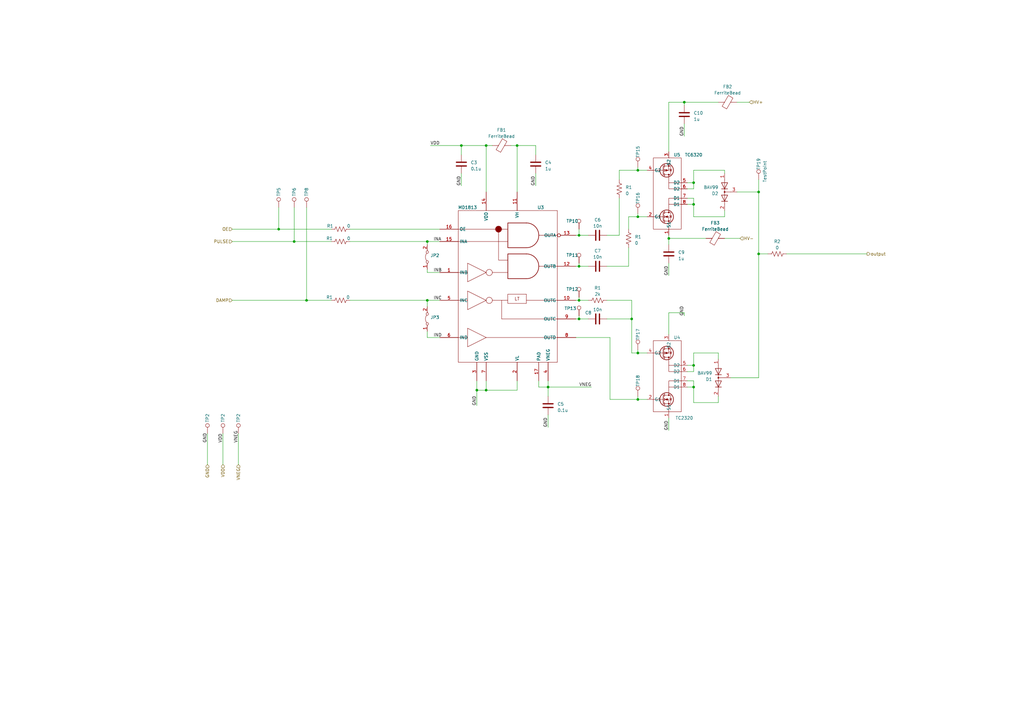
<source format=kicad_sch>
(kicad_sch (version 20250114) (generator "eeschema") (generator_version "9.0")
  (paper "A3")
  (title_block (title "Sonar Pinger") (date "2025-05-03") (rev "0"))
  (lib_symbols
    (symbol "Connector:TestPoint" (pin_numbers (hide yes)) (pin_names (offset 0.762) (hide yes))
      (property "Reference" "TP" (at 0 6.858 0))
      (property "Value" "TestPoint" (at 0 5.08 0))
      (symbol "TestPoint_0_1"
        (circle (center 0 3.302) (radius 0.762))
      )
      (symbol "TestPoint_1_1"
        (pin passive line (at 0 0 90) (length 2.54) (name "1") (number "1"))
      )
    )
    (symbol "Device:C" (pin_numbers (hide yes)) (pin_names (offset 0.254))
      (property "Reference" "C" (at 0.635 2.54 0))
      (property "Value" "C" (at 0.635 -2.54 0))
      (symbol "C_0_1"
        (polyline (pts (xy -2.032 0.762) (xy 2.032 0.762)) (stroke (width 0.508)))
        (polyline (pts (xy -2.032 -0.762) (xy 2.032 -0.762)) (stroke (width 0.508)))
      )
      (symbol "C_1_1"
        (pin passive line (at 0 3.81 270) (length 2.794) (name "~") (number "1"))
        (pin passive line (at 0 -3.81 90) (length 2.794) (name "~") (number "2"))
      )
    )
    (symbol "Device:FerriteBead" (pin_numbers (hide yes)) (pin_names (offset 0))
      (property "Reference" "FB" (at -3.81 0.635 90))
      (property "Value" "FerriteBead" (at 3.81 0 90))
      (symbol "FerriteBead_0_1"
        (polyline (pts (xy -2.7686 0.4064) (xy -1.7018 2.2606) (xy 2.7686 -0.3048) (xy 1.6764 -2.159) (xy -2.7686 0.4064)))
        (polyline (pts (xy 0 1.27) (xy 0 1.2954)))
        (polyline (pts (xy 0 -1.27) (xy 0 -1.2192)))
      )
      (symbol "FerriteBead_1_1"
        (pin passive line (at 0 3.81 270) (length 2.54) (name "~") (number "1"))
        (pin passive line (at 0 -3.81 90) (length 2.54) (name "~") (number "2"))
      )
    )
    (symbol "Device:R_US" (pin_numbers (hide yes)) (pin_names (offset 0))
      (property "Reference" "R" (at 2.54 0 90))
      (property "Value" "R_US" (at -2.54 0 90))
      (symbol "R_US_0_1"
        (polyline (pts (xy 0 2.286) (xy 0 2.54)))
        (polyline (pts (xy 0 2.286) (xy 1.016 1.905) (xy 0 1.524) (xy -1.016 1.143) (xy 0 0.762)))
        (polyline (pts (xy 0 0.762) (xy 1.016 0.381) (xy 0 0) (xy -1.016 -0.381) (xy 0 -0.762)))
        (polyline (pts (xy 0 -0.762) (xy 1.016 -1.143) (xy 0 -1.524) (xy -1.016 -1.905) (xy 0 -2.286)))
        (polyline (pts (xy 0 -2.286) (xy 0 -2.54)))
      )
      (symbol "R_US_1_1"
        (pin passive line (at 0 3.81 270) (length 1.27) (name "~") (number "1"))
        (pin passive line (at 0 -3.81 90) (length 1.27) (name "~") (number "2"))
      )
    )
    (symbol "Diode:BAV99" (pin_names (hide yes))
      (property "Reference" "D" (at 0 5.08 0))
      (property "Value" "BAV99" (at 0 2.54 0))
      (symbol "BAV99_0_1"
        (polyline (pts (xy -5.08 0) (xy 5.08 0)))
      )
      (symbol "BAV99_1_1"
        (polyline (pts (xy -3.81 1.27) (xy -1.27 0) (xy -3.81 -1.27) (xy -3.81 1.27) (xy -3.81 1.27) (xy -3.81 1.27)) (stroke (width 0.2032)))
        (polyline (pts (xy -1.27 -1.27) (xy -1.27 1.27) (xy -1.27 1.27)) (stroke (width 0.2032)))
        (polyline (pts (xy 0 0) (xy 0 -2.54)))
        (circle (center 0 0) (radius 0.254) (fill (type outline)))
        (polyline (pts (xy 1.27 1.27) (xy 3.81 0) (xy 1.27 -1.27) (xy 1.27 1.27) (xy 1.27 1.27) (xy 1.27 1.27)) (stroke (width 0.2032)))
        (polyline (pts (xy 3.81 1.27) (xy 3.81 -1.27) (xy 3.81 -1.27)) (stroke (width 0.2032)))
        (pin passive line (at -7.62 0 0) (length 2.54) (name "K") (number "1"))
        (pin passive line (at 0 -5.08 90) (length 2.54) (name "K") (number "3"))
        (pin passive line (at 7.62 0 180) (length 2.54) (name "A") (number "2"))
      )
    )
    (symbol "Jumper:Jumper_2_Bridged" (pin_names (offset 0) (hide yes))
      (property "Reference" "JP" (at 0 1.905 0))
      (property "Value" "Jumper_2_Bridged" (at 0 -2.54 0))
      (symbol "Jumper_2_Bridged_0_0"
        (circle (center -2.032 0) (radius 0.508))
        (circle (center 2.032 0) (radius 0.508))
      )
      (symbol "Jumper_2_Bridged_0_1"
        (arc (start -1.524 0.254) (mid 0 0.762) (end 1.524 0.254))
      )
      (symbol "Jumper_2_Bridged_1_1"
        (pin passive line (at -5.08 0 0) (length 2.54) (name "A") (number "1"))
        (pin passive line (at 5.08 0 180) (length 2.54) (name "B") (number "2"))
      )
    )
    (symbol "pd_symbols:MD1813"
      (property "Reference" "U" (at -19.05 11.43 0))
      (symbol "MD1813_0_0"
        (text_box "LT" (at 0 -24.13 0) (size 7.62 -3.81) (margins 1.016 1.016 1.016 1.016) (effects (font (size 1.27 1.27))))
      )
      (symbol "MD1813_0_1"
        (polyline (pts (xy -16.51 -11.43) (xy -16.51 -19.05) (xy -8.89 -15.24) (xy -16.51 -11.43)))
        (polyline (pts (xy -16.51 -22.86) (xy -16.51 -30.48) (xy -8.89 -26.67) (xy -16.51 -22.86)))
        (polyline (pts (xy -16.51 -38.1) (xy -16.51 -45.72) (xy -8.89 -41.91) (xy -16.51 -38.1)))
        (circle (center -7.62 -15.24) (radius 1.27))
        (circle (center -7.62 -26.67) (radius 1.27))
      )
      (symbol "MD1813_1_1"
        (rectangle (start -20.32 10.16) (end 20.32 -52.07))
        (polyline (pts (xy -20.32 2.54) (xy 0 2.54)))
        (polyline (pts (xy -20.32 -2.54) (xy 0 -2.54)))
        (polyline (pts (xy -20.32 -15.24) (xy -16.51 -15.24)))
        (polyline (pts (xy -20.32 -26.67) (xy -16.51 -26.67)))
        (polyline (pts (xy -20.32 -41.91) (xy -16.51 -41.91)))
        (polyline (pts (xy -8.89 -41.91) (xy 20.32 -41.91)))
        (polyline (pts (xy -6.35 -15.24) (xy 0 -15.24)))
        (polyline (pts (xy -6.35 -26.67) (xy 0 -26.67)))
        (circle (center -3.81 2.54) (radius 1.27) (fill (type outline)))
        (polyline (pts (xy -3.81 2.54) (xy -3.81 -10.16) (xy 0 -10.16)))
        (polyline (pts (xy -2.54 -26.67) (xy -2.54 -34.29) (xy 20.32 -34.29)))
        (arc (start 7.62 5.08) (mid 12.6779 0) (end 7.62 -5.08) (stroke (width 0.254)))
        (arc (start 7.62 -7.62) (mid 12.6779 -12.7) (end 7.62 -17.78) (stroke (width 0.254)))
        (polyline (pts (xy 7.62 -5.08) (xy 0 -5.08) (xy 0 5.08) (xy 7.62 5.08)) (stroke (width 0.254)))
        (polyline (pts (xy 7.62 -17.78) (xy 0 -17.78) (xy 0 -7.62) (xy 7.62 -7.62)) (stroke (width 0.254)))
        (polyline (pts (xy 7.62 -26.67) (xy 20.32 -26.67)))
        (polyline (pts (xy 20.32 0) (xy 12.7 0)))
        (polyline (pts (xy 20.32 -12.7) (xy 12.7 -12.7)))
        (pin input line (at -27.94 2.54 0) (length 7.62) (name "OE") (number "16"))
        (pin input line (at -27.94 -2.54 0) (length 7.62) (name "INA") (number "15"))
        (pin input line (at -27.94 -15.24 0) (length 7.62) (name "INB") (number "1"))
        (pin input line (at -27.94 -26.67 0) (length 7.62) (name "INC") (number "5"))
        (pin input line (at -27.94 -41.91 0) (length 7.62) (name "IND") (number "6"))
        (pin power_in line (at -12.7 -59.69 90) (length 7.62) (name "GND") (number "3"))
        (pin power_in line (at -8.89 17.78 270) (length 7.62) (name "VDD") (number "14"))
        (pin power_in line (at -8.89 -59.69 90) (length 7.62) (name "VSS") (number "7"))
        (pin power_in line (at 3.81 17.78 270) (length 7.62) (name "VH") (number "11"))
        (pin power_in line (at 3.81 -59.69 90) (length 7.62) (name "VL") (number "2"))
        (pin passive line (at 12.7 -59.69 90) (length 7.62) (name "PAD") (number "17"))
        (pin power_in line (at 16.51 -59.69 90) (length 7.62) (name "VNEG") (number "4"))
        (pin output inverted (at 27.94 0 180) (length 7.62) (name "OUTA") (number "13"))
        (pin output line (at 27.94 -12.7 180) (length 7.62) (name "OUTB") (number "12"))
        (pin output line (at 27.94 -26.67 180) (length 7.62) (name "OUTG") (number "10"))
        (pin output line (at 27.94 -34.29 180) (length 7.62) (name "OUTC") (number "9"))
        (pin output line (at 27.94 -41.91 180) (length 7.62) (name "OUTD") (number "8"))
      )
    )
    (symbol "pd_symbols:TC2320"
      (property "Reference" "U" (at 0 25.4 0))
      (symbol "TC2320_0_1"
        (rectangle (start 0 24.13) (end 11.43 -5.08))
        (polyline (pts (xy 4.064 19.05) (xy 0 19.05)))
        (polyline (pts (xy 4.064 17.145) (xy 4.064 20.955)) (stroke (width 0.254)))
        (polyline (pts (xy 4.064 1.905) (xy 4.064 -1.905)) (stroke (width 0.254)))
        (polyline (pts (xy 4.064 0) (xy 0 0)))
        (polyline (pts (xy 4.572 20.32) (xy 4.572 21.336)) (stroke (width 0.254)))
        (polyline (pts (xy 4.572 18.542) (xy 4.572 19.558)) (stroke (width 0.254)))
        (polyline (pts (xy 4.572 17.272) (xy 7.112 17.272) (xy 7.112 20.828) (xy 4.572 20.828)))
        (polyline (pts (xy 4.572 16.764) (xy 4.572 17.78)) (stroke (width 0.254)))
        (polyline (pts (xy 4.572 2.286) (xy 4.572 1.27)) (stroke (width 0.254)))
        (polyline (pts (xy 4.572 0.508) (xy 4.572 -0.508)) (stroke (width 0.254)))
        (polyline (pts (xy 4.572 -1.27) (xy 4.572 -2.286)) (stroke (width 0.254)))
        (polyline (pts (xy 4.572 -1.778) (xy 7.112 -1.778) (xy 7.112 1.778) (xy 4.572 1.778)))
        (polyline (pts (xy 4.826 0) (xy 5.842 0.381) (xy 5.842 -0.381) (xy 4.826 0)) (fill (type outline)))
        (circle (center 5.461 19.05) (radius 2.794) (stroke (width 0.254)))
        (circle (center 5.461 0) (radius 2.794) (stroke (width 0.254)))
        (polyline (pts (xy 6.096 19.05) (xy 5.08 18.669) (xy 5.08 19.431) (xy 6.096 19.05)) (fill (type outline)))
        (polyline (pts (xy 6.35 21.59) (xy 6.35 19.05) (xy 4.572 19.05)))
        (circle (center 6.35 20.828) (radius 0.254) (fill (type outline)))
        (circle (center 6.35 17.272) (radius 0.254) (fill (type outline)))
        (polyline (pts (xy 6.35 16.51) (xy 6.35 17.272)))
        (polyline (pts (xy 6.35 16.51) (xy 6.35 13.97) (xy 11.43 13.97)))
        (polyline (pts (xy 6.35 13.97) (xy 6.35 11.43) (xy 11.43 11.43)))
        (polyline (pts (xy 6.35 5.08) (xy 6.35 7.62) (xy 11.43 7.62)))
        (polyline (pts (xy 6.35 2.54) (xy 6.35 1.778)))
        (polyline (pts (xy 6.35 2.54) (xy 6.35 5.08) (xy 11.43 5.08)))
        (circle (center 6.35 1.778) (radius 0.254) (fill (type outline)))
        (circle (center 6.35 -1.778) (radius 0.254) (fill (type outline)))
        (polyline (pts (xy 6.35 -2.54) (xy 6.35 -5.08)))
        (polyline (pts (xy 6.35 -2.54) (xy 6.35 0) (xy 4.572 0)))
        (polyline (pts (xy 6.604 19.558) (xy 6.731 19.431) (xy 7.493 19.431) (xy 7.62 19.304)))
        (polyline (pts (xy 6.604 0.508) (xy 6.731 0.381) (xy 7.493 0.381) (xy 7.62 0.254)))
        (polyline (pts (xy 7.112 19.431) (xy 6.731 18.796) (xy 7.493 18.796) (xy 7.112 19.431)))
        (polyline (pts (xy 7.112 0.381) (xy 6.731 -0.254) (xy 7.493 -0.254) (xy 7.112 0.381)))
      )
      (symbol "TC2320_1_1"
        (pin input line (at -2.54 19.05 0) (length 2.54) (name "G2") (number "4"))
        (pin input line (at -2.54 0 0) (length 2.54) (name "G1") (number "2"))
        (pin passive line (at 6.35 26.67 270) (length 2.54) (name "S2") (number "3"))
        (pin passive line (at 6.35 -7.62 90) (length 2.54) (name "S1") (number "1"))
        (pin passive line (at 13.97 13.97 180) (length 2.54) (name "D2") (number "5"))
        (pin passive line (at 13.97 11.43 180) (length 2.54) (name "D2") (number "6"))
        (pin passive line (at 13.97 7.62 180) (length 2.54) (name "D1") (number "7"))
        (pin passive line (at 13.97 5.08 180) (length 2.54) (name "D1") (number "8"))
      )
    )
    (symbol "pd_symbols:TC6320"
      (property "Reference" "U" (at -6.35 25.4 0))
      (symbol "TC6320_0_1"
        (rectangle (start -6.35 24.13) (end 5.08 -5.08))
        (polyline (pts (xy -2.286 19.05) (xy -6.35 19.05)))
        (polyline (pts (xy -2.286 17.145) (xy -2.286 20.955)) (stroke (width 0.254)))
        (polyline (pts (xy -2.286 1.905) (xy -2.286 -1.905)) (stroke (width 0.254)))
        (polyline (pts (xy -2.286 0) (xy -6.35 0)))
        (polyline (pts (xy -1.778 20.32) (xy -1.778 21.336)) (stroke (width 0.254)))
        (polyline (pts (xy -1.778 18.542) (xy -1.778 19.558)) (stroke (width 0.254)))
        (polyline (pts (xy -1.778 17.272) (xy 0.762 17.272) (xy 0.762 20.828) (xy -1.778 20.828)))
        (polyline (pts (xy -1.778 16.764) (xy -1.778 17.78)) (stroke (width 0.254)))
        (polyline (pts (xy -1.778 2.286) (xy -1.778 1.27)) (stroke (width 0.254)))
        (polyline (pts (xy -1.778 0.508) (xy -1.778 -0.508)) (stroke (width 0.254)))
        (polyline (pts (xy -1.778 -1.27) (xy -1.778 -2.286)) (stroke (width 0.254)))
        (polyline (pts (xy -1.778 -1.778) (xy 0.762 -1.778) (xy 0.762 1.778) (xy -1.778 1.778)))
        (polyline (pts (xy -1.524 0) (xy -0.508 0.381) (xy -0.508 -0.381) (xy -1.524 0)) (fill (type outline)))
        (circle (center -0.889 19.05) (radius 2.794) (stroke (width 0.254)))
        (circle (center -0.889 0) (radius 2.794) (stroke (width 0.254)))
        (polyline (pts (xy -0.254 19.05) (xy -1.27 18.669) (xy -1.27 19.431) (xy -0.254 19.05)) (fill (type outline)))
        (polyline (pts (xy 0 21.59) (xy 0 19.05) (xy -1.778 19.05)))
        (circle (center 0 20.828) (radius 0.254) (fill (type outline)))
        (circle (center 0 17.272) (radius 0.254) (fill (type outline)))
        (polyline (pts (xy 0 16.51) (xy 0 17.272)))
        (polyline (pts (xy 0 16.51) (xy 0 13.97) (xy 5.08 13.97)))
        (polyline (pts (xy 0 13.97) (xy 0 11.43) (xy 5.08 11.43)))
        (polyline (pts (xy 0 5.08) (xy 0 7.62) (xy 5.08 7.62)))
        (polyline (pts (xy 0 2.54) (xy 0 1.778)))
        (polyline (pts (xy 0 2.54) (xy 0 5.08) (xy 5.08 5.08)))
        (circle (center 0 1.778) (radius 0.254) (fill (type outline)))
        (circle (center 0 -1.778) (radius 0.254) (fill (type outline)))
        (polyline (pts (xy 0 -2.54) (xy 0 -5.08)))
        (polyline (pts (xy 0 -2.54) (xy 0 0) (xy -1.778 0)))
        (polyline (pts (xy 0.254 19.558) (xy 0.381 19.431) (xy 1.143 19.431) (xy 1.27 19.304)))
        (polyline (pts (xy 0.254 0.508) (xy 0.381 0.381) (xy 1.143 0.381) (xy 1.27 0.254)))
        (polyline (pts (xy 0.762 19.431) (xy 0.381 18.796) (xy 1.143 18.796) (xy 0.762 19.431)))
        (polyline (pts (xy 0.762 0.381) (xy 0.381 -0.254) (xy 1.143 -0.254) (xy 0.762 0.381)))
      )
      (symbol "TC6320_1_1"
        (pin input line (at -8.89 19.05 0) (length 2.54) (name "G2") (number "4"))
        (pin input line (at -8.89 0 0) (length 2.54) (name "G1") (number "2"))
        (pin passive line (at 0 26.67 270) (length 2.54) (name "S2") (number "3"))
        (pin passive line (at 0 -7.62 90) (length 2.54) (name "S1") (number "1"))
        (pin passive line (at 7.62 13.97 180) (length 2.54) (name "D2") (number "5"))
        (pin passive line (at 7.62 11.43 180) (length 2.54) (name "D2") (number "6"))
        (pin passive line (at 7.62 7.62 180) (length 2.54) (name "D1") (number "7"))
        (pin passive line (at 7.62 5.08 180) (length 2.54) (name "D1") (number "8"))
      )
    )
  )
  (junction (at 224.79 158.75))
  (junction (at 284.48 149.86))
  (junction (at 175.26 99.06))
  (junction (at 284.48 83.82))
  (junction (at 125.73 123.19))
  (junction (at 237.49 96.52))
  (junction (at 237.49 109.22))
  (junction (at 199.39 160.02))
  (junction (at 199.39 59.69))
  (junction (at 311.15 104.14))
  (junction (at 114.3 93.98))
  (junction (at 237.49 123.19))
  (junction (at 261.62 163.83))
  (junction (at 284.48 158.75))
  (junction (at 212.09 59.69))
  (junction (at 195.58 160.02))
  (junction (at 261.62 88.9))
  (junction (at 261.62 69.85))
  (junction (at 274.32 97.79))
  (junction (at 311.15 78.74))
  (junction (at 259.08 130.81))
  (junction (at 120.65 99.06))
  (junction (at 189.23 59.69))
  (junction (at 237.49 130.81))
  (junction (at 280.67 41.91))
  (junction (at 175.26 123.19))
  (junction (at 261.62 144.78))
  (junction (at 284.48 74.93))
  (wire (pts (xy 95.25 99.06) (xy 120.65 99.06)))
  (wire (pts (xy 237.49 129.54) (xy 237.49 130.81)))
  (wire (pts (xy 219.71 71.12) (xy 219.71 76.2)))
  (wire (pts (xy 175.26 99.06) (xy 180.34 99.06)))
  (wire (pts (xy 261.62 143.51) (xy 261.62 144.78)))
  (wire (pts (xy 209.55 59.69) (xy 212.09 59.69)))
  (wire (pts (xy 143.51 99.06) (xy 175.26 99.06)))
  (wire (pts (xy 114.3 85.09) (xy 114.3 93.98)))
  (wire (pts (xy 284.48 74.93) (xy 284.48 69.85)))
  (wire (pts (xy 175.26 100.33) (xy 175.26 99.06)))
  (wire (pts (xy 259.08 123.19) (xy 259.08 130.81)))
  (wire (pts (xy 125.73 123.19) (xy 135.89 123.19)))
  (wire (pts (xy 297.18 88.9) (xy 297.18 86.36)))
  (wire (pts (xy 224.79 156.21) (xy 224.79 158.75)))
  (wire (pts (xy 199.39 160.02) (xy 212.09 160.02)))
  (wire (pts (xy 311.15 154.94) (xy 311.15 104.14)))
  (wire (pts (xy 280.67 50.8) (xy 280.67 55.88)))
  (wire (pts (xy 143.51 93.98) (xy 180.34 93.98)))
  (wire (pts (xy 236.22 123.19) (xy 237.49 123.19)))
  (wire (pts (xy 280.67 41.91) (xy 294.64 41.91)))
  (wire (pts (xy 284.48 165.1) (xy 294.64 165.1)))
  (wire (pts (xy 143.51 123.19) (xy 175.26 123.19)))
  (wire (pts (xy 236.22 109.22) (xy 237.49 109.22)))
  (wire (pts (xy 199.39 160.02) (xy 195.58 160.02)))
  (wire (pts (xy 280.67 128.27) (xy 274.32 128.27)))
  (wire (pts (xy 280.67 41.91) (xy 280.67 43.18)))
  (wire (pts (xy 302.26 41.91) (xy 307.34 41.91)))
  (wire (pts (xy 259.08 130.81) (xy 259.08 144.78)))
  (wire (pts (xy 189.23 59.69) (xy 199.39 59.69)))
  (wire (pts (xy 261.62 163.83) (xy 265.43 163.83)))
  (wire (pts (xy 297.18 97.79) (xy 303.53 97.79)))
  (wire (pts (xy 257.81 109.22) (xy 257.81 101.6)))
  (wire (pts (xy 120.65 85.09) (xy 120.65 99.06)))
  (wire (pts (xy 281.94 81.28) (xy 284.48 81.28)))
  (wire (pts (xy 220.98 158.75) (xy 224.79 158.75)))
  (wire (pts (xy 248.92 123.19) (xy 259.08 123.19)))
  (wire (pts (xy 284.48 144.78) (xy 294.64 144.78)))
  (wire (pts (xy 311.15 78.74) (xy 302.26 78.74)))
  (wire (pts (xy 212.09 156.21) (xy 212.09 160.02)))
  (wire (pts (xy 281.94 74.93) (xy 284.48 74.93)))
  (wire (pts (xy 254 69.85) (xy 254 73.66)))
  (wire (pts (xy 250.19 138.43) (xy 250.19 163.83)))
  (wire (pts (xy 224.79 158.75) (xy 224.79 162.56)))
  (wire (pts (xy 175.26 111.76) (xy 175.26 110.49)))
  (wire (pts (xy 322.58 104.14) (xy 355.6 104.14)))
  (wire (pts (xy 91.44 177.8) (xy 91.44 190.5)))
  (wire (pts (xy 281.94 83.82) (xy 284.48 83.82)))
  (wire (pts (xy 212.09 59.69) (xy 212.09 78.74)))
  (wire (pts (xy 199.39 59.69) (xy 201.93 59.69)))
  (wire (pts (xy 274.32 97.79) (xy 289.56 97.79)))
  (wire (pts (xy 261.62 144.78) (xy 265.43 144.78)))
  (wire (pts (xy 299.72 154.94) (xy 311.15 154.94)))
  (wire (pts (xy 120.65 99.06) (xy 135.89 99.06)))
  (wire (pts (xy 281.94 149.86) (xy 284.48 149.86)))
  (wire (pts (xy 281.94 156.21) (xy 284.48 156.21)))
  (wire (pts (xy 237.49 107.95) (xy 237.49 109.22)))
  (wire (pts (xy 250.19 163.83) (xy 261.62 163.83)))
  (wire (pts (xy 284.48 88.9) (xy 297.18 88.9)))
  (wire (pts (xy 254 81.28) (xy 254 96.52)))
  (wire (pts (xy 261.62 87.63) (xy 261.62 88.9)))
  (wire (pts (xy 274.32 171.45) (xy 274.32 176.53)))
  (wire (pts (xy 195.58 160.02) (xy 195.58 166.37)))
  (wire (pts (xy 212.09 59.69) (xy 219.71 59.69)))
  (wire (pts (xy 237.49 123.19) (xy 241.3 123.19)))
  (wire (pts (xy 274.32 128.27) (xy 274.32 137.16)))
  (wire (pts (xy 199.39 156.21) (xy 199.39 160.02)))
  (wire (pts (xy 274.32 107.95) (xy 274.32 113.03)))
  (wire (pts (xy 284.48 149.86) (xy 284.48 144.78)))
  (wire (pts (xy 261.62 69.85) (xy 265.43 69.85)))
  (wire (pts (xy 97.79 177.8) (xy 97.79 190.5)))
  (wire (pts (xy 281.94 158.75) (xy 284.48 158.75)))
  (wire (pts (xy 284.48 156.21) (xy 284.48 158.75)))
  (wire (pts (xy 281.94 77.47) (xy 284.48 77.47)))
  (wire (pts (xy 236.22 138.43) (xy 250.19 138.43)))
  (wire (pts (xy 199.39 59.69) (xy 199.39 78.74)))
  (wire (pts (xy 261.62 162.56) (xy 261.62 163.83)))
  (wire (pts (xy 114.3 93.98) (xy 135.89 93.98)))
  (wire (pts (xy 284.48 77.47) (xy 284.48 74.93)))
  (wire (pts (xy 180.34 138.43) (xy 175.26 138.43)))
  (wire (pts (xy 220.98 156.21) (xy 220.98 158.75)))
  (wire (pts (xy 257.81 88.9) (xy 261.62 88.9)))
  (wire (pts (xy 125.73 85.09) (xy 125.73 123.19)))
  (wire (pts (xy 195.58 156.21) (xy 195.58 160.02)))
  (wire (pts (xy 284.48 81.28) (xy 284.48 83.82)))
  (wire (pts (xy 189.23 59.69) (xy 189.23 63.5)))
  (wire (pts (xy 254 69.85) (xy 261.62 69.85)))
  (wire (pts (xy 189.23 71.12) (xy 189.23 76.2)))
  (wire (pts (xy 176.53 59.69) (xy 189.23 59.69)))
  (wire (pts (xy 224.79 158.75) (xy 242.57 158.75)))
  (wire (pts (xy 297.18 69.85) (xy 297.18 71.12)))
  (wire (pts (xy 257.81 93.98) (xy 257.81 88.9)))
  (wire (pts (xy 236.22 130.81) (xy 237.49 130.81)))
  (wire (pts (xy 311.15 104.14) (xy 311.15 78.74)))
  (wire (pts (xy 294.64 165.1) (xy 294.64 162.56)))
  (wire (pts (xy 85.09 177.8) (xy 85.09 190.5)))
  (wire (pts (xy 261.62 68.58) (xy 261.62 69.85)))
  (wire (pts (xy 274.32 41.91) (xy 274.32 62.23)))
  (wire (pts (xy 237.49 93.98) (xy 237.49 96.52)))
  (wire (pts (xy 254 96.52) (xy 248.92 96.52)))
  (wire (pts (xy 237.49 130.81) (xy 241.3 130.81)))
  (wire (pts (xy 294.64 144.78) (xy 294.64 147.32)))
  (wire (pts (xy 284.48 83.82) (xy 284.48 88.9)))
  (wire (pts (xy 237.49 121.92) (xy 237.49 123.19)))
  (wire (pts (xy 259.08 144.78) (xy 261.62 144.78)))
  (wire (pts (xy 274.32 41.91) (xy 280.67 41.91)))
  (wire (pts (xy 280.67 128.27) (xy 280.67 129.54)))
  (wire (pts (xy 236.22 96.52) (xy 237.49 96.52)))
  (wire (pts (xy 284.48 158.75) (xy 284.48 165.1)))
  (wire (pts (xy 311.15 104.14) (xy 314.96 104.14)))
  (wire (pts (xy 248.92 130.81) (xy 259.08 130.81)))
  (wire (pts (xy 281.94 152.4) (xy 284.48 152.4)))
  (wire (pts (xy 284.48 69.85) (xy 297.18 69.85)))
  (wire (pts (xy 175.26 138.43) (xy 175.26 135.89)))
  (wire (pts (xy 261.62 88.9) (xy 265.43 88.9)))
  (wire (pts (xy 237.49 96.52) (xy 241.3 96.52)))
  (wire (pts (xy 237.49 109.22) (xy 241.3 109.22)))
  (wire (pts (xy 311.15 73.66) (xy 311.15 78.74)))
  (wire (pts (xy 180.34 111.76) (xy 175.26 111.76)))
  (wire (pts (xy 284.48 152.4) (xy 284.48 149.86)))
  (wire (pts (xy 95.25 93.98) (xy 114.3 93.98)))
  (wire (pts (xy 175.26 125.73) (xy 175.26 123.19)))
  (wire (pts (xy 274.32 96.52) (xy 274.32 97.79)))
  (wire (pts (xy 274.32 97.79) (xy 274.32 100.33)))
  (wire (pts (xy 219.71 59.69) (xy 219.71 63.5)))
  (wire (pts (xy 224.79 170.18) (xy 224.79 175.26)))
  (wire (pts (xy 95.25 123.19) (xy 125.73 123.19)))
  (wire (pts (xy 175.26 123.19) (xy 180.34 123.19)))
  (wire (pts (xy 248.92 109.22) (xy 257.81 109.22)))
  (label "VDD" (at 91.44 181.61 90))
  (label "GND" (at 85.09 181.61 90))
  (label "INA" (at 177.8 99.06 0))
  (label "GND" (at 219.71 76.2 90))
  (label "GND" (at 280.67 129.54 90))
  (label "GND" (at 189.23 76.2 90))
  (label "INC" (at 177.8 123.19 0))
  (label "VDD" (at 176.53 59.69 0))
  (label "GND" (at 224.79 175.26 90))
  (label "GND" (at 274.32 113.03 90))
  (label "GND" (at 195.58 166.37 90))
  (label "VNEG" (at 242.57 158.75 180))
  (label "IND" (at 177.8 138.43 0))
  (label "GND" (at 280.67 55.88 90))
  (label "GND" (at 274.32 176.53 90))
  (label "INB" (at 177.8 111.76 0))
  (label "VNEG" (at 97.79 181.61 90))
  (hierarchical_label "OE" (shape input) (at 95.25 93.98 180))
  (hierarchical_label "VNEG" (shape input) (at 97.79 190.5 270))
  (hierarchical_label "DAMP" (shape input) (at 95.25 123.19 180))
  (hierarchical_label "PULSE" (shape input) (at 95.25 99.06 180))
  (hierarchical_label "HV-" (shape input) (at 303.53 97.79 0))
  (hierarchical_label "VDD" (shape input) (at 91.44 190.5 270))
  (hierarchical_label "GND" (shape input) (at 85.09 190.5 270))
  (hierarchical_label "output" (shape output) (at 355.6 104.14 0))
  (hierarchical_label "HV+" (shape input) (at 307.34 41.91 0))
  (symbol (lib_id "Device:C") (at 245.11 130.81 90) (unit 1)
    (property "Reference" "C6" (at 241.3 128.27 90))
    (property "Value" "10n" (at 245.11 127 90))
    (property "Footprint" "Capacitor_SMD:C_0603_1608Metric" (effects (hide yes)))
    (property "Description" "Unpolarized capacitor" (effects (hide yes)))
    (instances (project "piezo tx amp" (path "" (reference "C8") (unit 1))) (project "sounder" (path "" (reference "C6") (unit 1))))
  )
  (symbol (lib_id "Device:C") (at 245.11 109.22 90) (unit 1)
    (property "Reference" "C5" (at 245.11 102.87 90))
    (property "Value" "10n" (at 245.11 105.41 90))
    (property "Footprint" "Capacitor_SMD:C_0603_1608Metric" (effects (hide yes)))
    (property "Description" "Unpolarized capacitor" (effects (hide yes)))
    (instances (project "piezo tx amp" (path "" (reference "C7") (unit 1))) (project "sounder" (path "" (reference "C5") (unit 1))))
  )
  (symbol (lib_id "Device:R_US") (at 318.77 104.14 90) (unit 1)
    (property "Reference" "R7" (at 318.77 99.06 90))
    (property "Value" "0" (at 318.77 101.6 90))
    (property "Footprint" "Resistor_SMD:R_0603_1608Metric" (effects (hide yes)))
    (property "Description" "Resistor, US symbol" (effects (hide yes)))
    (instances (project "piezo tx amp" (path "" (reference "R2") (unit 1))) (project "sounder" (path "" (reference "R7") (unit 1))))
  )
  (symbol (lib_id "Connector:TestPoint") (at 114.3 85.09 0) (unit 1)
    (property "Reference" "TP4" (at 114.3 78.74 90))
    (property "Value" "TestPoint" (effects (hide yes)))
    (property "Footprint" "pd_footprints:TestPoint_THTPad_D1.8mm_Drill1.2mm" (effects (hide yes)))
    (property "Description" "test point" (effects (hide yes)))
    (instances (project "piezo tx amp" (path "" (reference "TP5") (unit 1))) (project "sounder" (path "" (reference "TP4") (unit 1))))
  )
  (symbol (lib_id "Connector:TestPoint") (at 261.62 162.56 0) (unit 1)
    (property "Reference" "TP14" (at 261.62 156.21 90))
    (property "Value" "TestPoint" (effects (hide yes)))
    (property "Footprint" "pd_footprints:TestPoint_THTPad_D1.8mm_Drill1.2mm" (effects (hide yes)))
    (property "Description" "test point" (effects (hide yes)))
    (instances (project "piezo tx amp" (path "" (reference "TP18") (unit 1))) (project "sounder" (path "" (reference "TP14") (unit 1))))
  )
  (symbol (lib_id "Device:R_US") (at 139.7 123.19 90) (unit 1)
    (property "Reference" "R3" (at 135.128 121.92 90))
    (property "Value" "0" (at 142.748 121.92 90))
    (property "Footprint" "Resistor_SMD:R_0603_1608Metric" (effects (hide yes)))
    (property "Description" "Resistor, US symbol" (effects (hide yes)))
    (instances (project "piezo tx amp" (path "" (reference "R1") (unit 1))) (project "sounder" (path "" (reference "R3") (unit 1))))
  )
  (symbol (lib_id "Connector:TestPoint") (at 261.62 143.51 0) (unit 1)
    (property "Reference" "TP13" (at 261.62 137.16 90))
    (property "Value" "TestPoint" (effects (hide yes)))
    (property "Footprint" "pd_footprints:TestPoint_THTPad_D1.8mm_Drill1.2mm" (effects (hide yes)))
    (property "Description" "test point" (effects (hide yes)))
    (instances (project "piezo tx amp" (path "" (reference "TP17") (unit 1))) (project "sounder" (path "" (reference "TP13") (unit 1))))
  )
  (symbol (lib_id "Device:C") (at 274.32 104.14 180) (unit 1)
    (property "Reference" "C7" (at 278.13 103.505 0) (effects (justify right)))
    (property "Value" "1u" (at 278.13 106.045 0) (effects (justify right)))
    (property "Footprint" "Capacitor_SMD:C_1812_4532Metric" (effects (hide yes)))
    (property "Description" "Unpolarized capacitor" (effects (hide yes)))
    (instances (project "piezo tx amp" (path "" (reference "C9") (unit 1))) (project "sounder" (path "" (reference "C7") (unit 1))))
  )
  (symbol (lib_id "Device:C") (at 189.23 67.31 180) (unit 1)
    (property "Reference" "C1" (at 193.04 66.675 0) (effects (justify right)))
    (property "Value" "0.1u" (at 193.04 69.215 0) (effects (justify right)))
    (property "Footprint" "Capacitor_SMD:C_0603_1608Metric" (effects (hide yes)))
    (property "Description" "Unpolarized capacitor" (effects (hide yes)))
    (instances (project "piezo tx amp" (path "" (reference "C3") (unit 1))) (project "sounder" (path "" (reference "C1") (unit 1))))
  )
  (symbol (lib_id "Connector:TestPoint") (at 237.49 107.95 0) (unit 1)
    (property "Reference" "TP8" (at 234.696 104.648 0))
    (property "Value" "TestPoint" (effects (hide yes)))
    (property "Footprint" "pd_footprints:TestPoint_THTPad_D1.8mm_Drill1.2mm" (effects (hide yes)))
    (property "Description" "test point" (effects (hide yes)))
    (instances (project "piezo tx amp" (path "" (reference "TP11") (unit 1))) (project "sounder" (path "" (reference "TP8") (unit 1))))
  )
  (symbol (lib_id "pd_symbols:TC2320") (at 267.97 163.83 0) (unit 1)
    (property "Reference" "U3" (at 276.2759 138.43 0) (effects (justify left)))
    (property "Value" "TC2320" (at 280.67 171.45 0))
    (property "Footprint" "Package_SO:SOIC-8_3.9x4.9mm_P1.27mm" (effects (hide yes)))
    (property "Datasheet" "https://ww1.microchip.com/downloads/en/DeviceDoc/TC2320-N-Channel-and-P-Channel-Enhancement-Mode-Dual-MOSFET-Data-Sheet-20005708B.pdf" (effects (hide yes)))
    (instances (project "piezo tx amp" (path "" (reference "U4") (unit 1))) (project "sounder" (path "" (reference "U3") (unit 1))))
  )
  (symbol (lib_id "Connector:TestPoint") (at 120.65 85.09 0) (unit 1)
    (property "Reference" "TP5" (at 120.65 78.74 90))
    (property "Value" "TestPoint" (effects (hide yes)))
    (property "Footprint" "pd_footprints:TestPoint_THTPad_D1.8mm_Drill1.2mm" (effects (hide yes)))
    (property "Description" "test point" (effects (hide yes)))
    (instances (project "piezo tx amp" (path "" (reference "TP6") (unit 1))) (project "sounder" (path "" (reference "TP5") (unit 1))))
  )
  (symbol (lib_id "Jumper:Jumper_2_Bridged") (at 175.26 130.81 90) (unit 1) (in_bom no)
    (property "Reference" "JP2" (at 176.53 130.175 90) (effects (justify right)))
    (property "Value" "Jumper_2_Bridged" (effects (hide yes)))
    (property "Footprint" "Jumper:SolderJumper-2_P1.3mm_Bridged_RoundedPad1.0x1.5mm" (effects (hide yes)))
    (property "Description" "Jumper, 2-pole, closed/bridged" (effects (hide yes)))
    (instances (project "piezo tx amp" (path "" (reference "JP3") (unit 1))) (project "sounder" (path "" (reference "JP2") (unit 1))))
  )
  (symbol (lib_id "Device:R_US") (at 254 77.47 180) (unit 1)
    (property "Reference" "R5" (at 256.54 76.835 0) (effects (justify right)))
    (property "Value" "0" (at 256.54 79.375 0) (effects (justify right)))
    (property "Footprint" "Resistor_SMD:R_0603_1608Metric" (effects (hide yes)))
    (property "Description" "Resistor, US symbol" (effects (hide yes)))
    (instances (project "piezo tx amp" (path "" (reference "R1") (unit 1))) (project "sounder" (path "" (reference "R5") (unit 1))))
  )
  (symbol (lib_id "Device:C") (at 219.71 67.31 180) (unit 1)
    (property "Reference" "C2" (at 223.52 66.675 0) (effects (justify right)))
    (property "Value" "1u" (at 223.52 69.215 0) (effects (justify right)))
    (property "Footprint" "Capacitor_SMD:C_0201_0603Metric" (effects (hide yes)))
    (property "Description" "Unpolarized capacitor" (effects (hide yes)))
    (instances (project "piezo tx amp" (path "" (reference "C4") (unit 1))) (project "sounder" (path "" (reference "C2") (unit 1))))
  )
  (symbol (lib_id "Device:R_US") (at 245.11 123.19 90) (unit 1)
    (property "Reference" "R4" (at 245.11 118.11 90))
    (property "Value" "2k" (at 245.11 120.65 90))
    (property "Footprint" "Resistor_SMD:R_0603_1608Metric" (effects (hide yes)))
    (property "Description" "Resistor, US symbol" (effects (hide yes)))
    (instances (project "piezo tx amp" (path "" (reference "R1") (unit 1))) (project "sounder" (path "" (reference "R4") (unit 1))))
  )
  (symbol (lib_id "Device:C") (at 224.79 166.37 180) (unit 1)
    (property "Reference" "C3" (at 228.6 165.735 0) (effects (justify right)))
    (property "Value" "0.1u" (at 228.6 168.275 0) (effects (justify right)))
    (property "Footprint" "Capacitor_SMD:C_0603_1608Metric" (effects (hide yes)))
    (property "Description" "Unpolarized capacitor" (effects (hide yes)))
    (instances (project "piezo tx amp" (path "" (reference "C5") (unit 1))) (project "sounder" (path "" (reference "C3") (unit 1))))
  )
  (symbol (lib_id "Device:R_US") (at 139.7 99.06 90) (unit 1)
    (property "Reference" "R2" (at 135.128 97.79 90))
    (property "Value" "0" (at 143.002 97.79 90))
    (property "Footprint" "Resistor_SMD:R_0603_1608Metric" (effects (hide yes)))
    (property "Description" "Resistor, US symbol" (effects (hide yes)))
    (instances (project "piezo tx amp" (path "" (reference "R1") (unit 1))) (project "sounder" (path "" (reference "R2") (unit 1))))
  )
  (symbol (lib_id "Connector:TestPoint") (at 125.73 85.09 0) (unit 1)
    (property "Reference" "TP6" (at 125.73 78.74 90))
    (property "Value" "TestPoint" (effects (hide yes)))
    (property "Footprint" "pd_footprints:TestPoint_THTPad_D1.8mm_Drill1.2mm" (effects (hide yes)))
    (property "Description" "test point" (effects (hide yes)))
    (instances (project "piezo tx amp" (path "" (reference "TP8") (unit 1))) (project "sounder" (path "" (reference "TP6") (unit 1))))
  )
  (symbol (lib_id "Device:FerriteBead") (at 205.74 59.69 90) (unit 1)
    (property "Reference" "FB1" (at 205.6892 53.34 90))
    (property "Value" "FerriteBead" (at 205.6892 55.88 90))
    (property "Footprint" "Inductor_SMD:L_0603_1608Metric" (effects (hide yes)))
    (property "Description" "Ferrite bead" (effects (hide yes)))
  )
  (symbol (lib_id "pd_symbols:TC6320") (at 274.32 88.9 0) (unit 1)
    (property "Reference" "U4" (at 276.2759 63.5 0) (effects (justify left)))
    (property "Value" "TC6320" (at 284.48 63.5 0))
    (property "Footprint" "pd_footprints:SOIC-8_3.9x4.9mm_P1.27mm" (effects (hide yes)))
    (property "Datasheet" "https://ww1.microchip.com/downloads/en/DeviceDoc/20005697A.pdf" (effects (hide yes)))
    (instances (project "piezo tx amp" (path "" (reference "U5") (unit 1))) (project "sounder" (path "" (reference "U4") (unit 1))))
  )
  (symbol (lib_id "Connector:TestPoint") (at 237.49 129.54 0) (unit 1)
    (property "Reference" "TP10" (at 233.934 126.492 0))
    (property "Value" "TestPoint" (effects (hide yes)))
    (property "Footprint" "pd_footprints:TestPoint_THTPad_D1.8mm_Drill1.2mm" (effects (hide yes)))
    (property "Description" "test point" (effects (hide yes)))
    (instances (project "piezo tx amp" (path "" (reference "TP13") (unit 1))) (project "sounder" (path "" (reference "TP10") (unit 1))))
  )
  (symbol (lib_id "Connector:TestPoint") (at 311.15 73.66 0) (unit 1)
    (property "Reference" "TP15" (at 311.15 67.31 90))
    (property "Value" "TestPoint" (at 313.69 70.358 90))
    (property "Footprint" "pd_footprints:TestPoint_THTPad_D1.8mm_Drill1.2mm" (effects (hide yes)))
    (property "Description" "test point" (effects (hide yes)))
    (instances (project "piezo tx amp" (path "" (reference "TP19") (unit 1))) (project "sounder" (path "" (reference "TP15") (unit 1))))
  )
  (symbol (lib_id "Device:FerriteBead") (at 298.45 41.91 90) (unit 1)
    (property "Reference" "FB3" (at 298.3992 35.56 90))
    (property "Value" "FerriteBead" (at 298.3992 38.1 90))
    (property "Footprint" "Inductor_SMD:L_0603_1608Metric" (effects (hide yes)))
    (property "Description" "Ferrite bead" (effects (hide yes)))
    (instances (project "piezo tx amp" (path "" (reference "FB2") (unit 1))) (project "sounder" (path "" (reference "FB3") (unit 1))))
  )
  (symbol (lib_id "Connector:TestPoint") (at 91.44 177.8 0) (unit 1)
    (property "Reference" "TP2" (at 91.44 171.45 90))
    (property "Value" "TestPoint" (effects (hide yes)))
    (property "Footprint" "pd_footprints:TestPoint_THTPad_D1.8mm_Drill1.2mm" (effects (hide yes)))
    (property "Description" "test point" (effects (hide yes)))
  )
  (symbol (lib_id "Connector:TestPoint") (at 261.62 87.63 0) (unit 1)
    (property "Reference" "TP12" (at 261.62 81.28 90))
    (property "Value" "TestPoint" (effects (hide yes)))
    (property "Footprint" "pd_footprints:TestPoint_THTPad_D1.8mm_Drill1.2mm" (effects (hide yes)))
    (property "Description" "test point" (effects (hide yes)))
    (instances (project "piezo tx amp" (path "" (reference "TP16") (unit 1))) (project "sounder" (path "" (reference "TP12") (unit 1))))
  )
  (symbol (lib_id "Device:FerriteBead") (at 293.37 97.79 90) (unit 1)
    (property "Reference" "FB2" (at 293.3192 91.44 90))
    (property "Value" "FerriteBead" (at 293.3192 93.98 90))
    (property "Footprint" "Inductor_SMD:L_0603_1608Metric" (effects (hide yes)))
    (property "Description" "Ferrite bead" (effects (hide yes)))
    (instances (project "piezo tx amp" (path "" (reference "FB3") (unit 1))) (project "sounder" (path "" (reference "FB2") (unit 1))))
  )
  (symbol (lib_id "Connector:TestPoint") (at 237.49 93.98 0) (unit 1)
    (property "Reference" "TP7" (at 234.696 90.678 0))
    (property "Value" "TestPoint" (effects (hide yes)))
    (property "Footprint" "pd_footprints:TestPoint_THTPad_D1.8mm_Drill1.2mm" (effects (hide yes)))
    (property "Description" "test point" (effects (hide yes)))
    (instances (project "piezo tx amp" (path "" (reference "TP10") (unit 1))) (project "sounder" (path "" (reference "TP7") (unit 1))))
  )
  (symbol (lib_id "Device:C") (at 245.11 96.52 90) (unit 1)
    (property "Reference" "C4" (at 245.11 90.17 90))
    (property "Value" "10n" (at 245.11 92.71 90))
    (property "Footprint" "Capacitor_SMD:C_0603_1608Metric" (effects (hide yes)))
    (property "Description" "Unpolarized capacitor" (effects (hide yes)))
    (instances (project "piezo tx amp" (path "" (reference "C6") (unit 1))) (project "sounder" (path "" (reference "C4") (unit 1))))
  )
  (symbol (lib_id "Diode:BAV99") (at 294.64 154.94 90) (mirror x) (unit 1)
    (property "Reference" "D3" (at 292.1 155.575 90) (effects (justify left)))
    (property "Value" "BAV99" (at 292.1 153.035 90) (effects (justify left)))
    (property "Footprint" "Package_TO_SOT_SMD:SOT-23" (effects (hide yes)))
    (property "Datasheet" "https://assets.nexperia.com/documents/data-sheet/BAV99_SER.pdf" (effects (hide yes)))
    (property "Description" "BAV99 High-speed switching diodes, SOT-23" (effects (hide yes)))
    (instances (project "piezo tx amp" (path "" (reference "D1") (unit 1))) (project "sounder" (path "" (reference "D3") (unit 1))))
  )
  (symbol (lib_id "Diode:BAV99") (at 297.18 78.74 90) (mirror x) (unit 1)
    (property "Reference" "D4" (at 294.64 79.375 90) (effects (justify left)))
    (property "Value" "BAV99" (at 294.64 76.835 90) (effects (justify left)))
    (property "Footprint" "Package_TO_SOT_SMD:SOT-23" (effects (hide yes)))
    (property "Datasheet" "https://assets.nexperia.com/documents/data-sheet/BAV99_SER.pdf" (effects (hide yes)))
    (property "Description" "BAV99 High-speed switching diodes, SOT-23" (effects (hide yes)))
    (instances (project "piezo tx amp" (path "" (reference "D2") (unit 1))) (project "sounder" (path "" (reference "D4") (unit 1))))
  )
  (symbol (lib_id "Connector:TestPoint") (at 97.79 177.8 0) (unit 1)
    (property "Reference" "TP3" (at 97.79 171.45 90))
    (property "Value" "TestPoint" (effects (hide yes)))
    (property "Footprint" "pd_footprints:TestPoint_THTPad_D1.8mm_Drill1.2mm" (effects (hide yes)))
    (property "Description" "test point" (effects (hide yes)))
    (instances (project "piezo tx amp" (path "" (reference "TP2") (unit 1))) (project "sounder" (path "" (reference "TP3") (unit 1))))
  )
  (symbol (lib_id "Connector:TestPoint") (at 237.49 121.92 0) (unit 1)
    (property "Reference" "TP9" (at 234.696 118.618 0))
    (property "Value" "TestPoint" (effects (hide yes)))
    (property "Footprint" "pd_footprints:TestPoint_THTPad_D1.8mm_Drill1.2mm" (effects (hide yes)))
    (property "Description" "test point" (effects (hide yes)))
    (instances (project "piezo tx amp" (path "" (reference "TP12") (unit 1))) (project "sounder" (path "" (reference "TP9") (unit 1))))
  )
  (symbol (lib_id "Connector:TestPoint") (at 261.62 68.58 0) (unit 1)
    (property "Reference" "TP11" (at 261.62 62.23 90))
    (property "Value" "TestPoint" (effects (hide yes)))
    (property "Footprint" "pd_footprints:TestPoint_THTPad_D1.8mm_Drill1.2mm" (effects (hide yes)))
    (property "Description" "test point" (effects (hide yes)))
    (instances (project "piezo tx amp" (path "" (reference "TP15") (unit 1))) (project "sounder" (path "" (reference "TP11") (unit 1))))
  )
  (symbol (lib_id "Device:R_US") (at 257.81 97.79 180) (unit 1)
    (property "Reference" "R6" (at 260.35 97.155 0) (effects (justify right)))
    (property "Value" "0" (at 260.35 99.695 0) (effects (justify right)))
    (property "Footprint" "Resistor_SMD:R_0603_1608Metric" (effects (hide yes)))
    (property "Description" "Resistor, US symbol" (effects (hide yes)))
    (instances (project "piezo tx amp" (path "" (reference "R1") (unit 1))) (project "sounder" (path "" (reference "R6") (unit 1))))
  )
  (symbol (lib_id "Jumper:Jumper_2_Bridged") (at 175.26 105.41 90) (unit 1) (in_bom no)
    (property "Reference" "JP1" (at 176.53 104.775 90) (effects (justify right)))
    (property "Value" "Jumper_2_Bridged" (effects (hide yes)))
    (property "Footprint" "Jumper:SolderJumper-2_P1.3mm_Bridged_RoundedPad1.0x1.5mm" (effects (hide yes)))
    (property "Description" "Jumper, 2-pole, closed/bridged" (effects (hide yes)))
    (instances (project "piezo tx amp" (path "" (reference "JP2") (unit 1))) (project "sounder" (path "" (reference "JP1") (unit 1))))
  )
  (symbol (lib_id "Device:C") (at 280.67 46.99 180) (unit 1)
    (property "Reference" "C8" (at 284.48 46.355 0) (effects (justify right)))
    (property "Value" "1u" (at 284.48 48.895 0) (effects (justify right)))
    (property "Footprint" "Capacitor_SMD:C_1812_4532Metric" (effects (hide yes)))
    (property "Description" "Unpolarized capacitor" (effects (hide yes)))
    (instances (project "piezo tx amp" (path "" (reference "C10") (unit 1))) (project "sounder" (path "" (reference "C8") (unit 1))))
  )
  (symbol (lib_id "Device:R_US") (at 139.7 93.98 90) (unit 1)
    (property "Reference" "R1" (at 135.382 92.71 90))
    (property "Value" "0" (at 143.002 92.71 90))
    (property "Footprint" "Resistor_SMD:R_0603_1608Metric" (effects (hide yes)))
    (property "Description" "Resistor, US symbol" (effects (hide yes)))
  )
  (symbol (lib_id "Connector:TestPoint") (at 85.09 177.8 0) (unit 1)
    (property "Reference" "TP1" (at 85.09 171.45 90))
    (property "Value" "TestPoint" (effects (hide yes)))
    (property "Footprint" "pd_footprints:TestPoint_THTPad_D1.8mm_Drill1.2mm" (effects (hide yes)))
    (property "Description" "test point" (effects (hide yes)))
    (instances (project "piezo tx amp" (path "" (reference "TP2") (unit 1))) (project "sounder" (path "" (reference "TP1") (unit 1))))
  )
  (symbol (lib_id "pd_symbols:MD1813") (at 208.28 96.52 0) (unit 1)
    (property "Reference" "U2" (at 220.3959 85.09 0) (effects (justify left)))
    (property "Value" "MD1813" (at 191.77 85.09 0))
    (property "Footprint" "Package_DFN_QFN:QFN-16-1EP_4x4mm_P0.65mm_EP2.5x2.5mm" (effects (hide yes)))
    (property "Datasheet" "https://ww1.microchip.com/downloads/aemDocuments/documents/OTH/ProductDocuments/DataSheets/20005747A.pdf" (effects (hide yes)))
    (property "Description" "High-Speed Quad-MOSFET Driver 16QFN" (effects (hide yes)))
    (instances (project "piezo tx amp" (path "" (reference "U3") (unit 1))) (project "sounder" (path "" (reference "U2") (unit 1))))
  )
)
</source>
